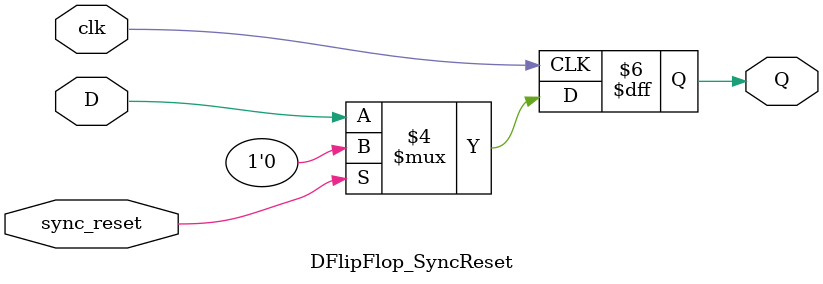
<source format=v>
module DFlipFlop_SyncReset(D,clk,sync_reset,Q);
input D; // Data input 
input clk; // clock input 
input sync_reset; // synchronous reset 
output reg Q; // output Q 
always @(posedge clk) 
begin
 if(sync_reset==1'b1)  
  Q <= 1'b0; 
 else 
  Q <= D; 
end 
endmodule
</source>
